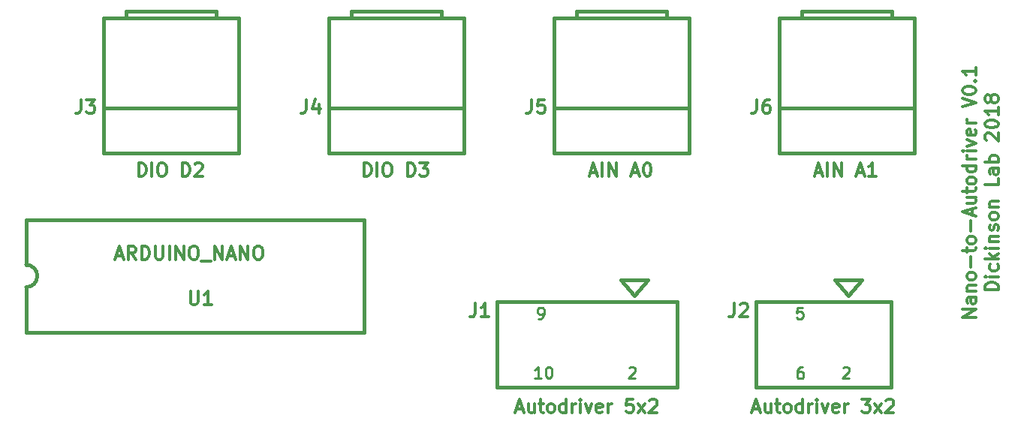
<source format=gbr>
G04 #@! TF.FileFunction,Legend,Top*
%FSLAX46Y46*%
G04 Gerber Fmt 4.6, Leading zero omitted, Abs format (unit mm)*
G04 Created by KiCad (PCBNEW 4.0.7-e2-6376~58~ubuntu16.04.1) date Wed Jan 10 15:28:01 2018*
%MOMM*%
%LPD*%
G01*
G04 APERTURE LIST*
%ADD10C,0.100000*%
%ADD11C,0.300000*%
%ADD12C,0.381000*%
%ADD13C,0.304800*%
%ADD14C,0.254000*%
G04 APERTURE END LIST*
D10*
D11*
X142621429Y-73275000D02*
X143335715Y-73275000D01*
X142478572Y-73703571D02*
X142978572Y-72203571D01*
X143478572Y-73703571D01*
X143978572Y-73703571D02*
X143978572Y-72203571D01*
X144692858Y-73703571D02*
X144692858Y-72203571D01*
X145550001Y-73703571D01*
X145550001Y-72203571D01*
X147335715Y-73275000D02*
X148050001Y-73275000D01*
X147192858Y-73703571D02*
X147692858Y-72203571D01*
X148192858Y-73703571D01*
X149478572Y-73703571D02*
X148621429Y-73703571D01*
X149050001Y-73703571D02*
X149050001Y-72203571D01*
X148907144Y-72417857D01*
X148764286Y-72560714D01*
X148621429Y-72632143D01*
X117221429Y-73275000D02*
X117935715Y-73275000D01*
X117078572Y-73703571D02*
X117578572Y-72203571D01*
X118078572Y-73703571D01*
X118578572Y-73703571D02*
X118578572Y-72203571D01*
X119292858Y-73703571D02*
X119292858Y-72203571D01*
X120150001Y-73703571D01*
X120150001Y-72203571D01*
X121935715Y-73275000D02*
X122650001Y-73275000D01*
X121792858Y-73703571D02*
X122292858Y-72203571D01*
X122792858Y-73703571D01*
X123578572Y-72203571D02*
X123721429Y-72203571D01*
X123864286Y-72275000D01*
X123935715Y-72346429D01*
X124007144Y-72489286D01*
X124078572Y-72775000D01*
X124078572Y-73132143D01*
X124007144Y-73417857D01*
X123935715Y-73560714D01*
X123864286Y-73632143D01*
X123721429Y-73703571D01*
X123578572Y-73703571D01*
X123435715Y-73632143D01*
X123364286Y-73560714D01*
X123292858Y-73417857D01*
X123221429Y-73132143D01*
X123221429Y-72775000D01*
X123292858Y-72489286D01*
X123364286Y-72346429D01*
X123435715Y-72275000D01*
X123578572Y-72203571D01*
X91678572Y-73703571D02*
X91678572Y-72203571D01*
X92035715Y-72203571D01*
X92250000Y-72275000D01*
X92392858Y-72417857D01*
X92464286Y-72560714D01*
X92535715Y-72846429D01*
X92535715Y-73060714D01*
X92464286Y-73346429D01*
X92392858Y-73489286D01*
X92250000Y-73632143D01*
X92035715Y-73703571D01*
X91678572Y-73703571D01*
X93178572Y-73703571D02*
X93178572Y-72203571D01*
X94178572Y-72203571D02*
X94464286Y-72203571D01*
X94607144Y-72275000D01*
X94750001Y-72417857D01*
X94821429Y-72703571D01*
X94821429Y-73203571D01*
X94750001Y-73489286D01*
X94607144Y-73632143D01*
X94464286Y-73703571D01*
X94178572Y-73703571D01*
X94035715Y-73632143D01*
X93892858Y-73489286D01*
X93821429Y-73203571D01*
X93821429Y-72703571D01*
X93892858Y-72417857D01*
X94035715Y-72275000D01*
X94178572Y-72203571D01*
X96607144Y-73703571D02*
X96607144Y-72203571D01*
X96964287Y-72203571D01*
X97178572Y-72275000D01*
X97321430Y-72417857D01*
X97392858Y-72560714D01*
X97464287Y-72846429D01*
X97464287Y-73060714D01*
X97392858Y-73346429D01*
X97321430Y-73489286D01*
X97178572Y-73632143D01*
X96964287Y-73703571D01*
X96607144Y-73703571D01*
X97964287Y-72203571D02*
X98892858Y-72203571D01*
X98392858Y-72775000D01*
X98607144Y-72775000D01*
X98750001Y-72846429D01*
X98821430Y-72917857D01*
X98892858Y-73060714D01*
X98892858Y-73417857D01*
X98821430Y-73560714D01*
X98750001Y-73632143D01*
X98607144Y-73703571D01*
X98178572Y-73703571D01*
X98035715Y-73632143D01*
X97964287Y-73560714D01*
X66278572Y-73703571D02*
X66278572Y-72203571D01*
X66635715Y-72203571D01*
X66850000Y-72275000D01*
X66992858Y-72417857D01*
X67064286Y-72560714D01*
X67135715Y-72846429D01*
X67135715Y-73060714D01*
X67064286Y-73346429D01*
X66992858Y-73489286D01*
X66850000Y-73632143D01*
X66635715Y-73703571D01*
X66278572Y-73703571D01*
X67778572Y-73703571D02*
X67778572Y-72203571D01*
X68778572Y-72203571D02*
X69064286Y-72203571D01*
X69207144Y-72275000D01*
X69350001Y-72417857D01*
X69421429Y-72703571D01*
X69421429Y-73203571D01*
X69350001Y-73489286D01*
X69207144Y-73632143D01*
X69064286Y-73703571D01*
X68778572Y-73703571D01*
X68635715Y-73632143D01*
X68492858Y-73489286D01*
X68421429Y-73203571D01*
X68421429Y-72703571D01*
X68492858Y-72417857D01*
X68635715Y-72275000D01*
X68778572Y-72203571D01*
X71207144Y-73703571D02*
X71207144Y-72203571D01*
X71564287Y-72203571D01*
X71778572Y-72275000D01*
X71921430Y-72417857D01*
X71992858Y-72560714D01*
X72064287Y-72846429D01*
X72064287Y-73060714D01*
X71992858Y-73346429D01*
X71921430Y-73489286D01*
X71778572Y-73632143D01*
X71564287Y-73703571D01*
X71207144Y-73703571D01*
X72635715Y-72346429D02*
X72707144Y-72275000D01*
X72850001Y-72203571D01*
X73207144Y-72203571D01*
X73350001Y-72275000D01*
X73421430Y-72346429D01*
X73492858Y-72489286D01*
X73492858Y-72632143D01*
X73421430Y-72846429D01*
X72564287Y-73703571D01*
X73492858Y-73703571D01*
X135581429Y-99945000D02*
X136295715Y-99945000D01*
X135438572Y-100373571D02*
X135938572Y-98873571D01*
X136438572Y-100373571D01*
X137581429Y-99373571D02*
X137581429Y-100373571D01*
X136938572Y-99373571D02*
X136938572Y-100159286D01*
X137010000Y-100302143D01*
X137152858Y-100373571D01*
X137367143Y-100373571D01*
X137510000Y-100302143D01*
X137581429Y-100230714D01*
X138081429Y-99373571D02*
X138652858Y-99373571D01*
X138295715Y-98873571D02*
X138295715Y-100159286D01*
X138367143Y-100302143D01*
X138510001Y-100373571D01*
X138652858Y-100373571D01*
X139367144Y-100373571D02*
X139224286Y-100302143D01*
X139152858Y-100230714D01*
X139081429Y-100087857D01*
X139081429Y-99659286D01*
X139152858Y-99516429D01*
X139224286Y-99445000D01*
X139367144Y-99373571D01*
X139581429Y-99373571D01*
X139724286Y-99445000D01*
X139795715Y-99516429D01*
X139867144Y-99659286D01*
X139867144Y-100087857D01*
X139795715Y-100230714D01*
X139724286Y-100302143D01*
X139581429Y-100373571D01*
X139367144Y-100373571D01*
X141152858Y-100373571D02*
X141152858Y-98873571D01*
X141152858Y-100302143D02*
X141010001Y-100373571D01*
X140724287Y-100373571D01*
X140581429Y-100302143D01*
X140510001Y-100230714D01*
X140438572Y-100087857D01*
X140438572Y-99659286D01*
X140510001Y-99516429D01*
X140581429Y-99445000D01*
X140724287Y-99373571D01*
X141010001Y-99373571D01*
X141152858Y-99445000D01*
X141867144Y-100373571D02*
X141867144Y-99373571D01*
X141867144Y-99659286D02*
X141938572Y-99516429D01*
X142010001Y-99445000D01*
X142152858Y-99373571D01*
X142295715Y-99373571D01*
X142795715Y-100373571D02*
X142795715Y-99373571D01*
X142795715Y-98873571D02*
X142724286Y-98945000D01*
X142795715Y-99016429D01*
X142867143Y-98945000D01*
X142795715Y-98873571D01*
X142795715Y-99016429D01*
X143367144Y-99373571D02*
X143724287Y-100373571D01*
X144081429Y-99373571D01*
X145224286Y-100302143D02*
X145081429Y-100373571D01*
X144795715Y-100373571D01*
X144652858Y-100302143D01*
X144581429Y-100159286D01*
X144581429Y-99587857D01*
X144652858Y-99445000D01*
X144795715Y-99373571D01*
X145081429Y-99373571D01*
X145224286Y-99445000D01*
X145295715Y-99587857D01*
X145295715Y-99730714D01*
X144581429Y-99873571D01*
X145938572Y-100373571D02*
X145938572Y-99373571D01*
X145938572Y-99659286D02*
X146010000Y-99516429D01*
X146081429Y-99445000D01*
X146224286Y-99373571D01*
X146367143Y-99373571D01*
X147867143Y-98873571D02*
X148795714Y-98873571D01*
X148295714Y-99445000D01*
X148510000Y-99445000D01*
X148652857Y-99516429D01*
X148724286Y-99587857D01*
X148795714Y-99730714D01*
X148795714Y-100087857D01*
X148724286Y-100230714D01*
X148652857Y-100302143D01*
X148510000Y-100373571D01*
X148081428Y-100373571D01*
X147938571Y-100302143D01*
X147867143Y-100230714D01*
X149295714Y-100373571D02*
X150081428Y-99373571D01*
X149295714Y-99373571D02*
X150081428Y-100373571D01*
X150581428Y-99016429D02*
X150652857Y-98945000D01*
X150795714Y-98873571D01*
X151152857Y-98873571D01*
X151295714Y-98945000D01*
X151367143Y-99016429D01*
X151438571Y-99159286D01*
X151438571Y-99302143D01*
X151367143Y-99516429D01*
X150510000Y-100373571D01*
X151438571Y-100373571D01*
X108911429Y-99945000D02*
X109625715Y-99945000D01*
X108768572Y-100373571D02*
X109268572Y-98873571D01*
X109768572Y-100373571D01*
X110911429Y-99373571D02*
X110911429Y-100373571D01*
X110268572Y-99373571D02*
X110268572Y-100159286D01*
X110340000Y-100302143D01*
X110482858Y-100373571D01*
X110697143Y-100373571D01*
X110840000Y-100302143D01*
X110911429Y-100230714D01*
X111411429Y-99373571D02*
X111982858Y-99373571D01*
X111625715Y-98873571D02*
X111625715Y-100159286D01*
X111697143Y-100302143D01*
X111840001Y-100373571D01*
X111982858Y-100373571D01*
X112697144Y-100373571D02*
X112554286Y-100302143D01*
X112482858Y-100230714D01*
X112411429Y-100087857D01*
X112411429Y-99659286D01*
X112482858Y-99516429D01*
X112554286Y-99445000D01*
X112697144Y-99373571D01*
X112911429Y-99373571D01*
X113054286Y-99445000D01*
X113125715Y-99516429D01*
X113197144Y-99659286D01*
X113197144Y-100087857D01*
X113125715Y-100230714D01*
X113054286Y-100302143D01*
X112911429Y-100373571D01*
X112697144Y-100373571D01*
X114482858Y-100373571D02*
X114482858Y-98873571D01*
X114482858Y-100302143D02*
X114340001Y-100373571D01*
X114054287Y-100373571D01*
X113911429Y-100302143D01*
X113840001Y-100230714D01*
X113768572Y-100087857D01*
X113768572Y-99659286D01*
X113840001Y-99516429D01*
X113911429Y-99445000D01*
X114054287Y-99373571D01*
X114340001Y-99373571D01*
X114482858Y-99445000D01*
X115197144Y-100373571D02*
X115197144Y-99373571D01*
X115197144Y-99659286D02*
X115268572Y-99516429D01*
X115340001Y-99445000D01*
X115482858Y-99373571D01*
X115625715Y-99373571D01*
X116125715Y-100373571D02*
X116125715Y-99373571D01*
X116125715Y-98873571D02*
X116054286Y-98945000D01*
X116125715Y-99016429D01*
X116197143Y-98945000D01*
X116125715Y-98873571D01*
X116125715Y-99016429D01*
X116697144Y-99373571D02*
X117054287Y-100373571D01*
X117411429Y-99373571D01*
X118554286Y-100302143D02*
X118411429Y-100373571D01*
X118125715Y-100373571D01*
X117982858Y-100302143D01*
X117911429Y-100159286D01*
X117911429Y-99587857D01*
X117982858Y-99445000D01*
X118125715Y-99373571D01*
X118411429Y-99373571D01*
X118554286Y-99445000D01*
X118625715Y-99587857D01*
X118625715Y-99730714D01*
X117911429Y-99873571D01*
X119268572Y-100373571D02*
X119268572Y-99373571D01*
X119268572Y-99659286D02*
X119340000Y-99516429D01*
X119411429Y-99445000D01*
X119554286Y-99373571D01*
X119697143Y-99373571D01*
X122054286Y-98873571D02*
X121340000Y-98873571D01*
X121268571Y-99587857D01*
X121340000Y-99516429D01*
X121482857Y-99445000D01*
X121840000Y-99445000D01*
X121982857Y-99516429D01*
X122054286Y-99587857D01*
X122125714Y-99730714D01*
X122125714Y-100087857D01*
X122054286Y-100230714D01*
X121982857Y-100302143D01*
X121840000Y-100373571D01*
X121482857Y-100373571D01*
X121340000Y-100302143D01*
X121268571Y-100230714D01*
X122625714Y-100373571D02*
X123411428Y-99373571D01*
X122625714Y-99373571D02*
X123411428Y-100373571D01*
X123911428Y-99016429D02*
X123982857Y-98945000D01*
X124125714Y-98873571D01*
X124482857Y-98873571D01*
X124625714Y-98945000D01*
X124697143Y-99016429D01*
X124768571Y-99159286D01*
X124768571Y-99302143D01*
X124697143Y-99516429D01*
X123840000Y-100373571D01*
X124768571Y-100373571D01*
X160693571Y-89600714D02*
X159193571Y-89600714D01*
X160693571Y-88743571D01*
X159193571Y-88743571D01*
X160693571Y-87386428D02*
X159907857Y-87386428D01*
X159765000Y-87457857D01*
X159693571Y-87600714D01*
X159693571Y-87886428D01*
X159765000Y-88029285D01*
X160622143Y-87386428D02*
X160693571Y-87529285D01*
X160693571Y-87886428D01*
X160622143Y-88029285D01*
X160479286Y-88100714D01*
X160336429Y-88100714D01*
X160193571Y-88029285D01*
X160122143Y-87886428D01*
X160122143Y-87529285D01*
X160050714Y-87386428D01*
X159693571Y-86672142D02*
X160693571Y-86672142D01*
X159836429Y-86672142D02*
X159765000Y-86600714D01*
X159693571Y-86457856D01*
X159693571Y-86243571D01*
X159765000Y-86100714D01*
X159907857Y-86029285D01*
X160693571Y-86029285D01*
X160693571Y-85100713D02*
X160622143Y-85243571D01*
X160550714Y-85314999D01*
X160407857Y-85386428D01*
X159979286Y-85386428D01*
X159836429Y-85314999D01*
X159765000Y-85243571D01*
X159693571Y-85100713D01*
X159693571Y-84886428D01*
X159765000Y-84743571D01*
X159836429Y-84672142D01*
X159979286Y-84600713D01*
X160407857Y-84600713D01*
X160550714Y-84672142D01*
X160622143Y-84743571D01*
X160693571Y-84886428D01*
X160693571Y-85100713D01*
X160122143Y-83957856D02*
X160122143Y-82814999D01*
X159693571Y-82314999D02*
X159693571Y-81743570D01*
X159193571Y-82100713D02*
X160479286Y-82100713D01*
X160622143Y-82029285D01*
X160693571Y-81886427D01*
X160693571Y-81743570D01*
X160693571Y-81029284D02*
X160622143Y-81172142D01*
X160550714Y-81243570D01*
X160407857Y-81314999D01*
X159979286Y-81314999D01*
X159836429Y-81243570D01*
X159765000Y-81172142D01*
X159693571Y-81029284D01*
X159693571Y-80814999D01*
X159765000Y-80672142D01*
X159836429Y-80600713D01*
X159979286Y-80529284D01*
X160407857Y-80529284D01*
X160550714Y-80600713D01*
X160622143Y-80672142D01*
X160693571Y-80814999D01*
X160693571Y-81029284D01*
X160122143Y-79886427D02*
X160122143Y-78743570D01*
X160265000Y-78100713D02*
X160265000Y-77386427D01*
X160693571Y-78243570D02*
X159193571Y-77743570D01*
X160693571Y-77243570D01*
X159693571Y-76100713D02*
X160693571Y-76100713D01*
X159693571Y-76743570D02*
X160479286Y-76743570D01*
X160622143Y-76672142D01*
X160693571Y-76529284D01*
X160693571Y-76314999D01*
X160622143Y-76172142D01*
X160550714Y-76100713D01*
X159693571Y-75600713D02*
X159693571Y-75029284D01*
X159193571Y-75386427D02*
X160479286Y-75386427D01*
X160622143Y-75314999D01*
X160693571Y-75172141D01*
X160693571Y-75029284D01*
X160693571Y-74314998D02*
X160622143Y-74457856D01*
X160550714Y-74529284D01*
X160407857Y-74600713D01*
X159979286Y-74600713D01*
X159836429Y-74529284D01*
X159765000Y-74457856D01*
X159693571Y-74314998D01*
X159693571Y-74100713D01*
X159765000Y-73957856D01*
X159836429Y-73886427D01*
X159979286Y-73814998D01*
X160407857Y-73814998D01*
X160550714Y-73886427D01*
X160622143Y-73957856D01*
X160693571Y-74100713D01*
X160693571Y-74314998D01*
X160693571Y-72529284D02*
X159193571Y-72529284D01*
X160622143Y-72529284D02*
X160693571Y-72672141D01*
X160693571Y-72957855D01*
X160622143Y-73100713D01*
X160550714Y-73172141D01*
X160407857Y-73243570D01*
X159979286Y-73243570D01*
X159836429Y-73172141D01*
X159765000Y-73100713D01*
X159693571Y-72957855D01*
X159693571Y-72672141D01*
X159765000Y-72529284D01*
X160693571Y-71814998D02*
X159693571Y-71814998D01*
X159979286Y-71814998D02*
X159836429Y-71743570D01*
X159765000Y-71672141D01*
X159693571Y-71529284D01*
X159693571Y-71386427D01*
X160693571Y-70886427D02*
X159693571Y-70886427D01*
X159193571Y-70886427D02*
X159265000Y-70957856D01*
X159336429Y-70886427D01*
X159265000Y-70814999D01*
X159193571Y-70886427D01*
X159336429Y-70886427D01*
X159693571Y-70314998D02*
X160693571Y-69957855D01*
X159693571Y-69600713D01*
X160622143Y-68457856D02*
X160693571Y-68600713D01*
X160693571Y-68886427D01*
X160622143Y-69029284D01*
X160479286Y-69100713D01*
X159907857Y-69100713D01*
X159765000Y-69029284D01*
X159693571Y-68886427D01*
X159693571Y-68600713D01*
X159765000Y-68457856D01*
X159907857Y-68386427D01*
X160050714Y-68386427D01*
X160193571Y-69100713D01*
X160693571Y-67743570D02*
X159693571Y-67743570D01*
X159979286Y-67743570D02*
X159836429Y-67672142D01*
X159765000Y-67600713D01*
X159693571Y-67457856D01*
X159693571Y-67314999D01*
X159193571Y-65886428D02*
X160693571Y-65386428D01*
X159193571Y-64886428D01*
X159193571Y-64100714D02*
X159193571Y-63957857D01*
X159265000Y-63815000D01*
X159336429Y-63743571D01*
X159479286Y-63672142D01*
X159765000Y-63600714D01*
X160122143Y-63600714D01*
X160407857Y-63672142D01*
X160550714Y-63743571D01*
X160622143Y-63815000D01*
X160693571Y-63957857D01*
X160693571Y-64100714D01*
X160622143Y-64243571D01*
X160550714Y-64315000D01*
X160407857Y-64386428D01*
X160122143Y-64457857D01*
X159765000Y-64457857D01*
X159479286Y-64386428D01*
X159336429Y-64315000D01*
X159265000Y-64243571D01*
X159193571Y-64100714D01*
X160550714Y-62957857D02*
X160622143Y-62886429D01*
X160693571Y-62957857D01*
X160622143Y-63029286D01*
X160550714Y-62957857D01*
X160693571Y-62957857D01*
X160693571Y-61457857D02*
X160693571Y-62315000D01*
X160693571Y-61886428D02*
X159193571Y-61886428D01*
X159407857Y-62029285D01*
X159550714Y-62172143D01*
X159622143Y-62315000D01*
X163243571Y-86529285D02*
X161743571Y-86529285D01*
X161743571Y-86172142D01*
X161815000Y-85957857D01*
X161957857Y-85814999D01*
X162100714Y-85743571D01*
X162386429Y-85672142D01*
X162600714Y-85672142D01*
X162886429Y-85743571D01*
X163029286Y-85814999D01*
X163172143Y-85957857D01*
X163243571Y-86172142D01*
X163243571Y-86529285D01*
X163243571Y-85029285D02*
X162243571Y-85029285D01*
X161743571Y-85029285D02*
X161815000Y-85100714D01*
X161886429Y-85029285D01*
X161815000Y-84957857D01*
X161743571Y-85029285D01*
X161886429Y-85029285D01*
X163172143Y-83672142D02*
X163243571Y-83814999D01*
X163243571Y-84100713D01*
X163172143Y-84243571D01*
X163100714Y-84314999D01*
X162957857Y-84386428D01*
X162529286Y-84386428D01*
X162386429Y-84314999D01*
X162315000Y-84243571D01*
X162243571Y-84100713D01*
X162243571Y-83814999D01*
X162315000Y-83672142D01*
X163243571Y-83029285D02*
X161743571Y-83029285D01*
X162672143Y-82886428D02*
X163243571Y-82457857D01*
X162243571Y-82457857D02*
X162815000Y-83029285D01*
X163243571Y-81814999D02*
X162243571Y-81814999D01*
X161743571Y-81814999D02*
X161815000Y-81886428D01*
X161886429Y-81814999D01*
X161815000Y-81743571D01*
X161743571Y-81814999D01*
X161886429Y-81814999D01*
X162243571Y-81100713D02*
X163243571Y-81100713D01*
X162386429Y-81100713D02*
X162315000Y-81029285D01*
X162243571Y-80886427D01*
X162243571Y-80672142D01*
X162315000Y-80529285D01*
X162457857Y-80457856D01*
X163243571Y-80457856D01*
X163172143Y-79814999D02*
X163243571Y-79672142D01*
X163243571Y-79386427D01*
X163172143Y-79243570D01*
X163029286Y-79172142D01*
X162957857Y-79172142D01*
X162815000Y-79243570D01*
X162743571Y-79386427D01*
X162743571Y-79600713D01*
X162672143Y-79743570D01*
X162529286Y-79814999D01*
X162457857Y-79814999D01*
X162315000Y-79743570D01*
X162243571Y-79600713D01*
X162243571Y-79386427D01*
X162315000Y-79243570D01*
X163243571Y-78314998D02*
X163172143Y-78457856D01*
X163100714Y-78529284D01*
X162957857Y-78600713D01*
X162529286Y-78600713D01*
X162386429Y-78529284D01*
X162315000Y-78457856D01*
X162243571Y-78314998D01*
X162243571Y-78100713D01*
X162315000Y-77957856D01*
X162386429Y-77886427D01*
X162529286Y-77814998D01*
X162957857Y-77814998D01*
X163100714Y-77886427D01*
X163172143Y-77957856D01*
X163243571Y-78100713D01*
X163243571Y-78314998D01*
X162243571Y-77172141D02*
X163243571Y-77172141D01*
X162386429Y-77172141D02*
X162315000Y-77100713D01*
X162243571Y-76957855D01*
X162243571Y-76743570D01*
X162315000Y-76600713D01*
X162457857Y-76529284D01*
X163243571Y-76529284D01*
X163243571Y-73957855D02*
X163243571Y-74672141D01*
X161743571Y-74672141D01*
X163243571Y-72814998D02*
X162457857Y-72814998D01*
X162315000Y-72886427D01*
X162243571Y-73029284D01*
X162243571Y-73314998D01*
X162315000Y-73457855D01*
X163172143Y-72814998D02*
X163243571Y-72957855D01*
X163243571Y-73314998D01*
X163172143Y-73457855D01*
X163029286Y-73529284D01*
X162886429Y-73529284D01*
X162743571Y-73457855D01*
X162672143Y-73314998D01*
X162672143Y-72957855D01*
X162600714Y-72814998D01*
X163243571Y-72100712D02*
X161743571Y-72100712D01*
X162315000Y-72100712D02*
X162243571Y-71957855D01*
X162243571Y-71672141D01*
X162315000Y-71529284D01*
X162386429Y-71457855D01*
X162529286Y-71386426D01*
X162957857Y-71386426D01*
X163100714Y-71457855D01*
X163172143Y-71529284D01*
X163243571Y-71672141D01*
X163243571Y-71957855D01*
X163172143Y-72100712D01*
X161886429Y-69672141D02*
X161815000Y-69600712D01*
X161743571Y-69457855D01*
X161743571Y-69100712D01*
X161815000Y-68957855D01*
X161886429Y-68886426D01*
X162029286Y-68814998D01*
X162172143Y-68814998D01*
X162386429Y-68886426D01*
X163243571Y-69743569D01*
X163243571Y-68814998D01*
X161743571Y-67886427D02*
X161743571Y-67743570D01*
X161815000Y-67600713D01*
X161886429Y-67529284D01*
X162029286Y-67457855D01*
X162315000Y-67386427D01*
X162672143Y-67386427D01*
X162957857Y-67457855D01*
X163100714Y-67529284D01*
X163172143Y-67600713D01*
X163243571Y-67743570D01*
X163243571Y-67886427D01*
X163172143Y-68029284D01*
X163100714Y-68100713D01*
X162957857Y-68172141D01*
X162672143Y-68243570D01*
X162315000Y-68243570D01*
X162029286Y-68172141D01*
X161886429Y-68100713D01*
X161815000Y-68029284D01*
X161743571Y-67886427D01*
X163243571Y-65957856D02*
X163243571Y-66814999D01*
X163243571Y-66386427D02*
X161743571Y-66386427D01*
X161957857Y-66529284D01*
X162100714Y-66672142D01*
X162172143Y-66814999D01*
X162386429Y-65100713D02*
X162315000Y-65243571D01*
X162243571Y-65314999D01*
X162100714Y-65386428D01*
X162029286Y-65386428D01*
X161886429Y-65314999D01*
X161815000Y-65243571D01*
X161743571Y-65100713D01*
X161743571Y-64814999D01*
X161815000Y-64672142D01*
X161886429Y-64600713D01*
X162029286Y-64529285D01*
X162100714Y-64529285D01*
X162243571Y-64600713D01*
X162315000Y-64672142D01*
X162386429Y-64814999D01*
X162386429Y-65100713D01*
X162457857Y-65243571D01*
X162529286Y-65314999D01*
X162672143Y-65386428D01*
X162957857Y-65386428D01*
X163100714Y-65314999D01*
X163172143Y-65243571D01*
X163243571Y-65100713D01*
X163243571Y-64814999D01*
X163172143Y-64672142D01*
X163100714Y-64600713D01*
X162957857Y-64529285D01*
X162672143Y-64529285D01*
X162529286Y-64600713D01*
X162457857Y-64672142D01*
X162386429Y-64814999D01*
D12*
X127000000Y-97536000D02*
X106680000Y-97536000D01*
X106680000Y-97536000D02*
X106680000Y-87884000D01*
X106680000Y-87884000D02*
X127000000Y-87884000D01*
X127000000Y-87884000D02*
X127000000Y-97536000D01*
X123741180Y-85410040D02*
X120738900Y-85410040D01*
X122204480Y-87221060D02*
X123728480Y-85443060D01*
X120680480Y-85445600D02*
X122204480Y-87223600D01*
X151130000Y-87884000D02*
X135890000Y-87884000D01*
X151130000Y-97536000D02*
X135890000Y-97536000D01*
X135890000Y-97536000D02*
X135890000Y-87884000D01*
X151130000Y-87884000D02*
X151130000Y-97536000D01*
X147871180Y-85410040D02*
X144868900Y-85410040D01*
X146334480Y-87221060D02*
X147858480Y-85443060D01*
X144810480Y-85445600D02*
X146334480Y-87223600D01*
X77597000Y-55880000D02*
X77597000Y-71120000D01*
X62357000Y-55880000D02*
X62357000Y-71120000D01*
X64897000Y-55880000D02*
X64897000Y-55118000D01*
X64897000Y-55118000D02*
X75057000Y-55118000D01*
X75057000Y-55118000D02*
X75057000Y-55880000D01*
X62357000Y-66040000D02*
X77597000Y-66040000D01*
X62357000Y-55880000D02*
X77597000Y-55880000D01*
X62357000Y-71120000D02*
X77597000Y-71120000D01*
X102997000Y-55880000D02*
X102997000Y-71120000D01*
X87757000Y-55880000D02*
X87757000Y-71120000D01*
X90297000Y-55880000D02*
X90297000Y-55118000D01*
X90297000Y-55118000D02*
X100457000Y-55118000D01*
X100457000Y-55118000D02*
X100457000Y-55880000D01*
X87757000Y-66040000D02*
X102997000Y-66040000D01*
X87757000Y-55880000D02*
X102997000Y-55880000D01*
X87757000Y-71120000D02*
X102997000Y-71120000D01*
X128397000Y-55880000D02*
X128397000Y-71120000D01*
X113157000Y-55880000D02*
X113157000Y-71120000D01*
X115697000Y-55880000D02*
X115697000Y-55118000D01*
X115697000Y-55118000D02*
X125857000Y-55118000D01*
X125857000Y-55118000D02*
X125857000Y-55880000D01*
X113157000Y-66040000D02*
X128397000Y-66040000D01*
X113157000Y-55880000D02*
X128397000Y-55880000D01*
X113157000Y-71120000D02*
X128397000Y-71120000D01*
X153797000Y-55880000D02*
X153797000Y-71120000D01*
X138557000Y-55880000D02*
X138557000Y-71120000D01*
X141097000Y-55880000D02*
X141097000Y-55118000D01*
X141097000Y-55118000D02*
X151257000Y-55118000D01*
X151257000Y-55118000D02*
X151257000Y-55880000D01*
X138557000Y-66040000D02*
X153797000Y-66040000D01*
X138557000Y-55880000D02*
X153797000Y-55880000D01*
X138557000Y-71120000D02*
X153797000Y-71120000D01*
X53594000Y-86233000D02*
G75*
G03X54864000Y-84963000I0J1270000D01*
G01*
X54864000Y-84963000D02*
G75*
G03X53594000Y-83693000I-1270000J0D01*
G01*
X53594000Y-78613000D02*
X53594000Y-83693000D01*
X53594000Y-91313000D02*
X53594000Y-86233000D01*
X53594000Y-91313000D02*
X91694000Y-91313000D01*
X91694000Y-91313000D02*
X91694000Y-78613000D01*
X91694000Y-78613000D02*
X53594000Y-78613000D01*
D13*
X104267000Y-88065429D02*
X104267000Y-89154000D01*
X104194428Y-89371714D01*
X104049285Y-89516857D01*
X103831571Y-89589429D01*
X103686428Y-89589429D01*
X105791000Y-89589429D02*
X104920143Y-89589429D01*
X105355571Y-89589429D02*
X105355571Y-88065429D01*
X105210428Y-88283143D01*
X105065286Y-88428286D01*
X104920143Y-88500857D01*
D14*
X111698435Y-96484924D02*
X110972721Y-96484924D01*
X111335578Y-96484924D02*
X111335578Y-95214924D01*
X111214626Y-95396352D01*
X111093673Y-95517305D01*
X110972721Y-95577781D01*
X112484626Y-95214924D02*
X112605578Y-95214924D01*
X112726530Y-95275400D01*
X112787007Y-95335876D01*
X112847483Y-95456829D01*
X112907959Y-95698733D01*
X112907959Y-96001114D01*
X112847483Y-96243019D01*
X112787007Y-96363971D01*
X112726530Y-96424448D01*
X112605578Y-96484924D01*
X112484626Y-96484924D01*
X112363673Y-96424448D01*
X112303197Y-96363971D01*
X112242721Y-96243019D01*
X112182245Y-96001114D01*
X112182245Y-95698733D01*
X112242721Y-95456829D01*
X112303197Y-95335876D01*
X112363673Y-95275400D01*
X112484626Y-95214924D01*
X111398715Y-89784404D02*
X111640620Y-89784404D01*
X111761572Y-89723928D01*
X111822048Y-89663451D01*
X111943001Y-89482023D01*
X112003477Y-89240118D01*
X112003477Y-88756309D01*
X111943001Y-88635356D01*
X111882525Y-88574880D01*
X111761572Y-88514404D01*
X111519668Y-88514404D01*
X111398715Y-88574880D01*
X111338239Y-88635356D01*
X111277763Y-88756309D01*
X111277763Y-89058690D01*
X111338239Y-89179642D01*
X111398715Y-89240118D01*
X111519668Y-89300594D01*
X111761572Y-89300594D01*
X111882525Y-89240118D01*
X111943001Y-89179642D01*
X112003477Y-89058690D01*
X121577463Y-95335876D02*
X121637939Y-95275400D01*
X121758891Y-95214924D01*
X122061272Y-95214924D01*
X122182225Y-95275400D01*
X122242701Y-95335876D01*
X122303177Y-95456829D01*
X122303177Y-95577781D01*
X122242701Y-95759210D01*
X121516987Y-96484924D01*
X122303177Y-96484924D01*
D13*
X133477000Y-88065429D02*
X133477000Y-89154000D01*
X133404428Y-89371714D01*
X133259285Y-89516857D01*
X133041571Y-89589429D01*
X132896428Y-89589429D01*
X134130143Y-88210571D02*
X134202714Y-88138000D01*
X134347857Y-88065429D01*
X134710714Y-88065429D01*
X134855857Y-88138000D01*
X134928428Y-88210571D01*
X135001000Y-88355714D01*
X135001000Y-88500857D01*
X134928428Y-88718571D01*
X134057571Y-89589429D01*
X135001000Y-89589429D01*
D14*
X141148405Y-95253024D02*
X140906500Y-95253024D01*
X140785548Y-95313500D01*
X140725071Y-95373976D01*
X140604119Y-95555405D01*
X140543643Y-95797310D01*
X140543643Y-96281119D01*
X140604119Y-96402071D01*
X140664595Y-96462548D01*
X140785548Y-96523024D01*
X141027452Y-96523024D01*
X141148405Y-96462548D01*
X141208881Y-96402071D01*
X141269357Y-96281119D01*
X141269357Y-95978738D01*
X141208881Y-95857786D01*
X141148405Y-95797310D01*
X141027452Y-95736833D01*
X140785548Y-95736833D01*
X140664595Y-95797310D01*
X140604119Y-95857786D01*
X140543643Y-95978738D01*
X141145381Y-88522024D02*
X140540619Y-88522024D01*
X140480143Y-89126786D01*
X140540619Y-89066310D01*
X140661571Y-89005833D01*
X140963952Y-89005833D01*
X141084905Y-89066310D01*
X141145381Y-89126786D01*
X141205857Y-89247738D01*
X141205857Y-89550119D01*
X141145381Y-89671071D01*
X141084905Y-89731548D01*
X140963952Y-89792024D01*
X140661571Y-89792024D01*
X140540619Y-89731548D01*
X140480143Y-89671071D01*
X145707463Y-95335876D02*
X145767939Y-95275400D01*
X145888891Y-95214924D01*
X146191272Y-95214924D01*
X146312225Y-95275400D01*
X146372701Y-95335876D01*
X146433177Y-95456829D01*
X146433177Y-95577781D01*
X146372701Y-95759210D01*
X145646987Y-96484924D01*
X146433177Y-96484924D01*
D13*
X59817000Y-65078429D02*
X59817000Y-66167000D01*
X59744428Y-66384714D01*
X59599285Y-66529857D01*
X59381571Y-66602429D01*
X59236428Y-66602429D01*
X60397571Y-65078429D02*
X61341000Y-65078429D01*
X60833000Y-65659000D01*
X61050714Y-65659000D01*
X61195857Y-65731571D01*
X61268428Y-65804143D01*
X61341000Y-65949286D01*
X61341000Y-66312143D01*
X61268428Y-66457286D01*
X61195857Y-66529857D01*
X61050714Y-66602429D01*
X60615286Y-66602429D01*
X60470143Y-66529857D01*
X60397571Y-66457286D01*
X85217000Y-65078429D02*
X85217000Y-66167000D01*
X85144428Y-66384714D01*
X84999285Y-66529857D01*
X84781571Y-66602429D01*
X84636428Y-66602429D01*
X86595857Y-65586429D02*
X86595857Y-66602429D01*
X86233000Y-65005857D02*
X85870143Y-66094429D01*
X86813571Y-66094429D01*
X110617000Y-65078429D02*
X110617000Y-66167000D01*
X110544428Y-66384714D01*
X110399285Y-66529857D01*
X110181571Y-66602429D01*
X110036428Y-66602429D01*
X112068428Y-65078429D02*
X111342714Y-65078429D01*
X111270143Y-65804143D01*
X111342714Y-65731571D01*
X111487857Y-65659000D01*
X111850714Y-65659000D01*
X111995857Y-65731571D01*
X112068428Y-65804143D01*
X112141000Y-65949286D01*
X112141000Y-66312143D01*
X112068428Y-66457286D01*
X111995857Y-66529857D01*
X111850714Y-66602429D01*
X111487857Y-66602429D01*
X111342714Y-66529857D01*
X111270143Y-66457286D01*
X136017000Y-65078429D02*
X136017000Y-66167000D01*
X135944428Y-66384714D01*
X135799285Y-66529857D01*
X135581571Y-66602429D01*
X135436428Y-66602429D01*
X137395857Y-65078429D02*
X137105571Y-65078429D01*
X136960428Y-65151000D01*
X136887857Y-65223571D01*
X136742714Y-65441286D01*
X136670143Y-65731571D01*
X136670143Y-66312143D01*
X136742714Y-66457286D01*
X136815286Y-66529857D01*
X136960428Y-66602429D01*
X137250714Y-66602429D01*
X137395857Y-66529857D01*
X137468428Y-66457286D01*
X137541000Y-66312143D01*
X137541000Y-65949286D01*
X137468428Y-65804143D01*
X137395857Y-65731571D01*
X137250714Y-65659000D01*
X136960428Y-65659000D01*
X136815286Y-65731571D01*
X136742714Y-65804143D01*
X136670143Y-65949286D01*
X72117857Y-86668429D02*
X72117857Y-87902143D01*
X72190429Y-88047286D01*
X72263000Y-88119857D01*
X72408143Y-88192429D01*
X72698429Y-88192429D01*
X72843571Y-88119857D01*
X72916143Y-88047286D01*
X72988714Y-87902143D01*
X72988714Y-86668429D01*
X74512714Y-88192429D02*
X73641857Y-88192429D01*
X74077285Y-88192429D02*
X74077285Y-86668429D01*
X73932142Y-86886143D01*
X73787000Y-87031286D01*
X73641857Y-87103857D01*
X63735859Y-82677000D02*
X64461573Y-82677000D01*
X63590716Y-83112429D02*
X64098716Y-81588429D01*
X64606716Y-83112429D01*
X65985573Y-83112429D02*
X65477573Y-82386714D01*
X65114716Y-83112429D02*
X65114716Y-81588429D01*
X65695288Y-81588429D01*
X65840430Y-81661000D01*
X65913002Y-81733571D01*
X65985573Y-81878714D01*
X65985573Y-82096429D01*
X65913002Y-82241571D01*
X65840430Y-82314143D01*
X65695288Y-82386714D01*
X65114716Y-82386714D01*
X66638716Y-83112429D02*
X66638716Y-81588429D01*
X67001573Y-81588429D01*
X67219288Y-81661000D01*
X67364430Y-81806143D01*
X67437002Y-81951286D01*
X67509573Y-82241571D01*
X67509573Y-82459286D01*
X67437002Y-82749571D01*
X67364430Y-82894714D01*
X67219288Y-83039857D01*
X67001573Y-83112429D01*
X66638716Y-83112429D01*
X68162716Y-81588429D02*
X68162716Y-82822143D01*
X68235288Y-82967286D01*
X68307859Y-83039857D01*
X68453002Y-83112429D01*
X68743288Y-83112429D01*
X68888430Y-83039857D01*
X68961002Y-82967286D01*
X69033573Y-82822143D01*
X69033573Y-81588429D01*
X69759287Y-83112429D02*
X69759287Y-81588429D01*
X70485001Y-83112429D02*
X70485001Y-81588429D01*
X71355858Y-83112429D01*
X71355858Y-81588429D01*
X72371858Y-81588429D02*
X72662144Y-81588429D01*
X72807286Y-81661000D01*
X72952429Y-81806143D01*
X73025001Y-82096429D01*
X73025001Y-82604429D01*
X72952429Y-82894714D01*
X72807286Y-83039857D01*
X72662144Y-83112429D01*
X72371858Y-83112429D01*
X72226715Y-83039857D01*
X72081572Y-82894714D01*
X72009001Y-82604429D01*
X72009001Y-82096429D01*
X72081572Y-81806143D01*
X72226715Y-81661000D01*
X72371858Y-81588429D01*
X73315286Y-83257571D02*
X74476429Y-83257571D01*
X74839286Y-83112429D02*
X74839286Y-81588429D01*
X75710143Y-83112429D01*
X75710143Y-81588429D01*
X76363286Y-82677000D02*
X77089000Y-82677000D01*
X76218143Y-83112429D02*
X76726143Y-81588429D01*
X77234143Y-83112429D01*
X77742143Y-83112429D02*
X77742143Y-81588429D01*
X78613000Y-83112429D01*
X78613000Y-81588429D01*
X79629000Y-81588429D02*
X79919286Y-81588429D01*
X80064428Y-81661000D01*
X80209571Y-81806143D01*
X80282143Y-82096429D01*
X80282143Y-82604429D01*
X80209571Y-82894714D01*
X80064428Y-83039857D01*
X79919286Y-83112429D01*
X79629000Y-83112429D01*
X79483857Y-83039857D01*
X79338714Y-82894714D01*
X79266143Y-82604429D01*
X79266143Y-82096429D01*
X79338714Y-81806143D01*
X79483857Y-81661000D01*
X79629000Y-81588429D01*
M02*

</source>
